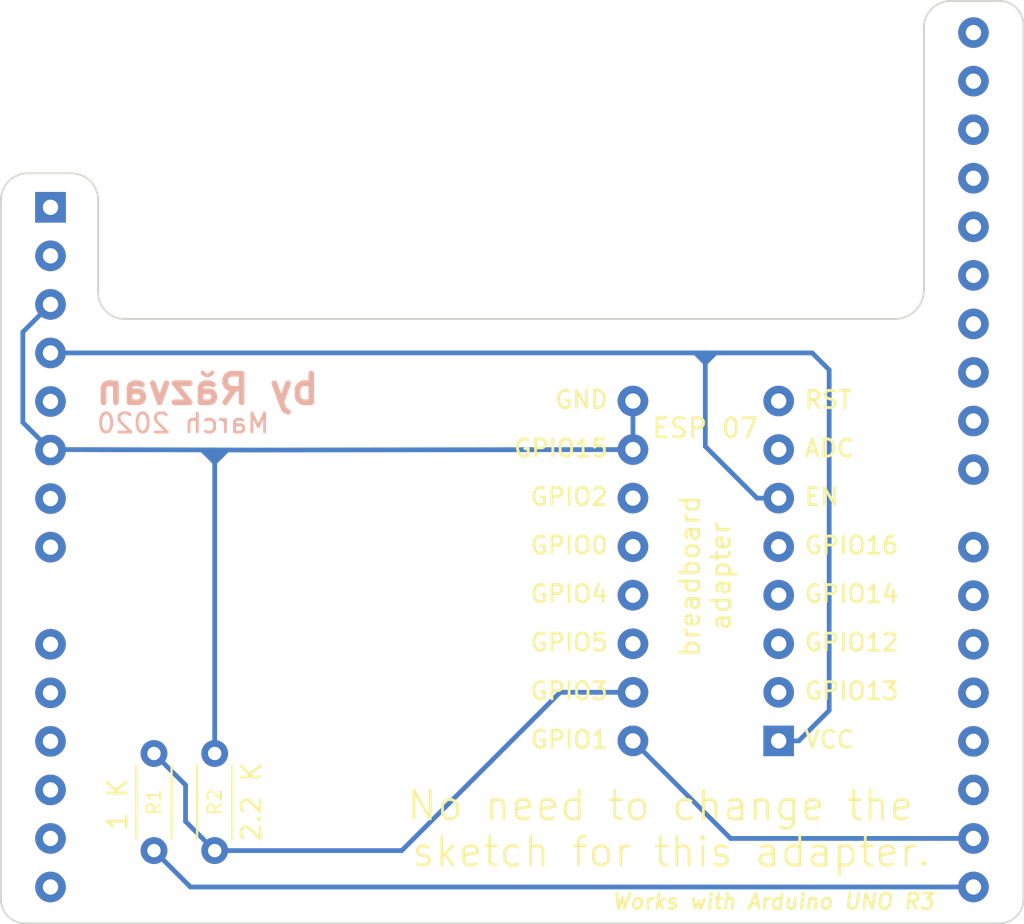
<source format=kicad_pcb>
(kicad_pcb (version 20171130) (host pcbnew "(5.1.5)-3")

  (general
    (thickness 1.6)
    (drawings 25)
    (tracks 29)
    (zones 0)
    (modules 4)
    (nets 6)
  )

  (page A4)
  (layers
    (0 F.Cu signal)
    (31 B.Cu signal)
    (32 B.Adhes user)
    (33 F.Adhes user)
    (34 B.Paste user)
    (35 F.Paste user)
    (36 B.SilkS user)
    (37 F.SilkS user)
    (38 B.Mask user)
    (39 F.Mask user)
    (40 Dwgs.User user)
    (41 Cmts.User user)
    (42 Eco1.User user)
    (43 Eco2.User user)
    (44 Edge.Cuts user)
    (45 Margin user)
    (46 B.CrtYd user)
    (47 F.CrtYd user)
    (48 B.Fab user)
    (49 F.Fab user)
  )

  (setup
    (last_trace_width 0.25)
    (trace_clearance 0.2)
    (zone_clearance 0.508)
    (zone_45_only no)
    (trace_min 0.2)
    (via_size 0.8)
    (via_drill 0.4)
    (via_min_size 0.4)
    (via_min_drill 0.3)
    (uvia_size 0.3)
    (uvia_drill 0.1)
    (uvias_allowed no)
    (uvia_min_size 0.2)
    (uvia_min_drill 0.1)
    (edge_width 0.1)
    (segment_width 0.2)
    (pcb_text_width 0.3)
    (pcb_text_size 1.5 1.5)
    (mod_edge_width 0.15)
    (mod_text_size 1 1)
    (mod_text_width 0.15)
    (pad_size 1.524 1.524)
    (pad_drill 0.762)
    (pad_to_mask_clearance 0)
    (aux_axis_origin 0 0)
    (visible_elements 7FFFFF7F)
    (pcbplotparams
      (layerselection 0x010fc_ffffffff)
      (usegerberextensions false)
      (usegerberattributes false)
      (usegerberadvancedattributes false)
      (creategerberjobfile false)
      (excludeedgelayer true)
      (linewidth 0.100000)
      (plotframeref false)
      (viasonmask false)
      (mode 1)
      (useauxorigin false)
      (hpglpennumber 1)
      (hpglpenspeed 20)
      (hpglpendiameter 15.000000)
      (psnegative false)
      (psa4output false)
      (plotreference true)
      (plotvalue true)
      (plotinvisibletext false)
      (padsonsilk false)
      (subtractmaskfromsilk false)
      (outputformat 1)
      (mirror false)
      (drillshape 0)
      (scaleselection 1)
      (outputdirectory "Gerber/"))
  )

  (net 0 "")
  (net 1 "Net-(A1-Pad16)")
  (net 2 "Net-(A1-Pad15)")
  (net 3 GND)
  (net 4 "Net-(A1-Pad4)")
  (net 5 "Net-(R1-Pad2)")

  (net_class Default "This is the default net class."
    (clearance 0.2)
    (trace_width 0.25)
    (via_dia 0.8)
    (via_drill 0.4)
    (uvia_dia 0.3)
    (uvia_drill 0.1)
    (add_net GND)
    (add_net "Net-(A1-Pad15)")
    (add_net "Net-(A1-Pad16)")
    (add_net "Net-(A1-Pad4)")
    (add_net "Net-(R1-Pad2)")
  )

  (module ArduinoUnoMultiProgrammerAdapters:ESP07BreaboardSocket (layer F.Cu) (tedit 5E52A0E8) (tstamp 5E5307DB)
    (at 171.704 102.616)
    (descr "16-lead though-hole mounted DIP package, row spacing 7.62 mm (300 mils)")
    (tags "THT DIP DIL PDIP 2.54mm 7.62mm 300mil")
    (path /5E40DD9C)
    (fp_text reference U1 (at 0.3302 0.0762 180) (layer F.SilkS) hide
      (effects (font (size 1 1) (thickness 0.15)))
    )
    (fp_text value ESP-07 (at 0.0254 -9.7214 180) (layer F.Fab) hide
      (effects (font (size 1 1) (thickness 0.15)))
    )
    (fp_text user GPIO1 (at -7.119857 10.3241) (layer F.SilkS)
      (effects (font (size 0.9 0.9) (thickness 0.15)))
    )
    (fp_text user GPIO3 (at -7.119857 7.7841) (layer F.SilkS)
      (effects (font (size 0.9 0.9) (thickness 0.15)))
    )
    (fp_text user GPIO5 (at -7.119857 5.2441) (layer F.SilkS)
      (effects (font (size 0.9 0.9) (thickness 0.15)))
    )
    (fp_text user GPIO4 (at -7.119857 2.7041) (layer F.SilkS)
      (effects (font (size 0.9 0.9) (thickness 0.15)))
    )
    (fp_text user GPIO0 (at -7.119857 0.1641) (layer F.SilkS)
      (effects (font (size 0.9 0.9) (thickness 0.15)))
    )
    (fp_text user GPIO2 (at -7.119857 -2.3759) (layer F.SilkS)
      (effects (font (size 0.9 0.9) (thickness 0.15)))
    )
    (fp_text user GPIO15 (at -7.548428 -4.9159) (layer F.SilkS)
      (effects (font (size 0.9 0.9) (thickness 0.15)))
    )
    (fp_text user GND (at -6.477 -7.4559) (layer F.SilkS)
      (effects (font (size 0.9 0.9) (thickness 0.15)))
    )
    (fp_text user RST (at 6.4262 -7.4559) (layer F.SilkS)
      (effects (font (size 0.9 0.9) (thickness 0.15)))
    )
    (fp_text user ADC (at 6.490486 -4.9159) (layer F.SilkS)
      (effects (font (size 0.9 0.9) (thickness 0.15)))
    )
    (fp_text user EN (at 6.083343 -2.3759) (layer F.SilkS)
      (effects (font (size 0.9 0.9) (thickness 0.15)))
    )
    (fp_text user GPIO16 (at 7.647629 0.1641) (layer F.SilkS)
      (effects (font (size 0.9 0.9) (thickness 0.15)))
    )
    (fp_text user GPIO14 (at 7.647629 2.7041) (layer F.SilkS)
      (effects (font (size 0.9 0.9) (thickness 0.15)))
    )
    (fp_text user GPIO12 (at 7.647629 5.2441) (layer F.SilkS)
      (effects (font (size 0.9 0.9) (thickness 0.15)))
    )
    (fp_text user GPIO13 (at 7.647629 7.7841) (layer F.SilkS)
      (effects (font (size 0.9 0.9) (thickness 0.15)))
    )
    (fp_text user VCC (at 6.490486 10.3241) (layer F.SilkS)
      (effects (font (size 0.9 0.9) (thickness 0.15)))
    )
    (fp_line (start -4.8646 11.9386) (end 4.9354 11.9386) (layer F.CrtYd) (width 0.05))
    (fp_line (start -4.8646 -8.9114) (end -4.8646 11.9386) (layer F.CrtYd) (width 0.05))
    (fp_line (start 4.9354 -8.9114) (end -4.8646 -8.9114) (layer F.CrtYd) (width 0.05))
    (fp_line (start 4.9354 11.9386) (end 4.9354 -8.9114) (layer F.CrtYd) (width 0.05))
    (pad 16 thru_hole oval (at -3.7846 10.3886 180) (size 1.6 1.6) (drill 0.8) (layers *.Cu *.Mask)
      (net 1 "Net-(A1-Pad16)"))
    (pad 1 thru_hole oval (at 3.8354 -7.3914 180) (size 1.6 1.6) (drill 0.8) (layers *.Cu *.Mask))
    (pad 15 thru_hole oval (at -3.7846 7.8486 180) (size 1.6 1.6) (drill 0.8) (layers *.Cu *.Mask)
      (net 5 "Net-(R1-Pad2)"))
    (pad 2 thru_hole oval (at 3.8354 -4.8514 180) (size 1.6 1.6) (drill 0.8) (layers *.Cu *.Mask))
    (pad 14 thru_hole oval (at -3.7846 5.3086 180) (size 1.6 1.6) (drill 0.8) (layers *.Cu *.Mask))
    (pad 3 thru_hole oval (at 3.8354 -2.3114 180) (size 1.6 1.6) (drill 0.8) (layers *.Cu *.Mask)
      (net 4 "Net-(A1-Pad4)"))
    (pad 13 thru_hole oval (at -3.7846 2.7686 180) (size 1.6 1.6) (drill 0.8) (layers *.Cu *.Mask))
    (pad 4 thru_hole oval (at 3.8354 0.2286 180) (size 1.6 1.6) (drill 0.8) (layers *.Cu *.Mask))
    (pad 12 thru_hole oval (at -3.7846 0.2286 180) (size 1.6 1.6) (drill 0.8) (layers *.Cu *.Mask))
    (pad 5 thru_hole oval (at 3.8354 2.7686 180) (size 1.6 1.6) (drill 0.8) (layers *.Cu *.Mask))
    (pad 11 thru_hole oval (at -3.7846 -2.3114 180) (size 1.6 1.6) (drill 0.8) (layers *.Cu *.Mask))
    (pad 6 thru_hole oval (at 3.8354 5.3086 180) (size 1.6 1.6) (drill 0.8) (layers *.Cu *.Mask))
    (pad 10 thru_hole oval (at -3.7846 -4.8514 180) (size 1.6 1.6) (drill 0.8) (layers *.Cu *.Mask)
      (net 3 GND))
    (pad 7 thru_hole oval (at 3.8354 7.8486 180) (size 1.6 1.6) (drill 0.8) (layers *.Cu *.Mask))
    (pad 9 thru_hole oval (at -3.7846 -7.3914 180) (size 1.6 1.6) (drill 0.8) (layers *.Cu *.Mask)
      (net 3 GND))
    (pad 8 thru_hole rect (at 3.8354 10.3886 270) (size 1.6 1.6) (drill 0.8) (layers *.Cu *.Mask)
      (net 4 "Net-(A1-Pad4)"))
  )

  (module ArduinoUnoMultiProgrammerAdapters:Arduino_UNO_R3_Headers (layer F.Cu) (tedit 5E51F2E3) (tstamp 5E40F0CE)
    (at 160.274 89.535)
    (descr "Arduino UNO R3, http://www.mouser.com/pdfdocs/Gravitech_Arduino_Nano3_0.pdf")
    (tags "Arduino UNO R3")
    (path /5E40F768)
    (fp_text reference A1 (at 0.0254 -16.129 -180) (layer F.Fab) hide
      (effects (font (size 1 1) (thickness 0.15)))
    )
    (fp_text value Arduino_UNO_R3 (at -0.127 0.127) (layer F.Fab)
      (effects (font (size 1 1) (thickness 0.15)))
    )
    (pad 16 thru_hole oval (at 25.4508 28.575) (size 1.6 1.6) (drill 0.8) (layers *.Cu *.Mask)
      (net 1 "Net-(A1-Pad16)"))
    (pad 15 thru_hole oval (at 25.4508 31.115) (size 1.6 1.6) (drill 0.8) (layers *.Cu *.Mask)
      (net 2 "Net-(A1-Pad15)"))
    (pad 30 thru_hole oval (at 25.4508 -8.505) (size 1.6 1.6) (drill 0.8) (layers *.Cu *.Mask))
    (pad 14 thru_hole oval (at -22.8092 31.115) (size 1.6 1.6) (drill 0.8) (layers *.Cu *.Mask))
    (pad 29 thru_hole oval (at 25.4508 -5.965) (size 1.6 1.6) (drill 0.8) (layers *.Cu *.Mask))
    (pad 13 thru_hole oval (at -22.8092 28.575) (size 1.6 1.6) (drill 0.8) (layers *.Cu *.Mask))
    (pad 28 thru_hole oval (at 25.4508 -3.425) (size 1.6 1.6) (drill 0.8) (layers *.Cu *.Mask))
    (pad 12 thru_hole oval (at -22.8092 26.035) (size 1.6 1.6) (drill 0.8) (layers *.Cu *.Mask))
    (pad 27 thru_hole oval (at 25.4508 -0.885) (size 1.6 1.6) (drill 0.8) (layers *.Cu *.Mask))
    (pad 11 thru_hole oval (at -22.8092 23.495) (size 1.6 1.6) (drill 0.8) (layers *.Cu *.Mask))
    (pad 26 thru_hole oval (at 25.4508 1.655) (size 1.6 1.6) (drill 0.8) (layers *.Cu *.Mask))
    (pad 10 thru_hole oval (at -22.8092 20.955) (size 1.6 1.6) (drill 0.8) (layers *.Cu *.Mask))
    (pad 25 thru_hole oval (at 25.4508 4.195) (size 1.6 1.6) (drill 0.8) (layers *.Cu *.Mask))
    (pad 9 thru_hole oval (at -22.8092 18.415) (size 1.6 1.6) (drill 0.8) (layers *.Cu *.Mask))
    (pad 24 thru_hole oval (at 25.4508 6.735) (size 1.6 1.6) (drill 0.8) (layers *.Cu *.Mask))
    (pad 8 thru_hole oval (at -22.8092 13.335) (size 1.6 1.6) (drill 0.8) (layers *.Cu *.Mask))
    (pad 23 thru_hole oval (at 25.4508 9.275) (size 1.6 1.6) (drill 0.8) (layers *.Cu *.Mask))
    (pad 7 thru_hole oval (at -22.8092 10.795) (size 1.6 1.6) (drill 0.8) (layers *.Cu *.Mask))
    (pad 22 thru_hole oval (at 25.4508 13.335) (size 1.6 1.6) (drill 0.8) (layers *.Cu *.Mask))
    (pad 6 thru_hole oval (at -22.8092 8.255) (size 1.6 1.6) (drill 0.8) (layers *.Cu *.Mask)
      (net 3 GND))
    (pad 21 thru_hole oval (at 25.4508 15.875) (size 1.6 1.6) (drill 0.8) (layers *.Cu *.Mask))
    (pad 5 thru_hole oval (at -22.8092 5.715) (size 1.6 1.6) (drill 0.8) (layers *.Cu *.Mask))
    (pad 20 thru_hole oval (at 25.4508 18.415) (size 1.6 1.6) (drill 0.8) (layers *.Cu *.Mask))
    (pad 4 thru_hole oval (at -22.8092 3.175) (size 1.6 1.6) (drill 0.8) (layers *.Cu *.Mask)
      (net 4 "Net-(A1-Pad4)"))
    (pad 19 thru_hole oval (at 25.4508 20.955) (size 1.6 1.6) (drill 0.8) (layers *.Cu *.Mask))
    (pad 3 thru_hole oval (at -22.8092 0.635) (size 1.6 1.6) (drill 0.8) (layers *.Cu *.Mask)
      (net 3 GND))
    (pad 18 thru_hole oval (at 25.4508 23.495) (size 1.6 1.6) (drill 0.8) (layers *.Cu *.Mask))
    (pad 2 thru_hole oval (at -22.8092 -1.905) (size 1.6 1.6) (drill 0.8) (layers *.Cu *.Mask))
    (pad 17 thru_hole oval (at 25.4508 26.035) (size 1.6 1.6) (drill 0.8) (layers *.Cu *.Mask))
    (pad 1 thru_hole rect (at -22.8092 -4.445) (size 1.6 1.6) (drill 0.8) (layers *.Cu *.Mask))
    (pad 31 thru_hole oval (at 25.4508 -11.045) (size 1.6 1.6) (drill 0.8) (layers *.Cu *.Mask))
    (pad 32 thru_hole oval (at 25.4508 -13.585) (size 1.6 1.6) (drill 0.8) (layers *.Cu *.Mask))
    (model ${KISYS3DMOD}/Module.3dshapes/Arduino_UNO_R3.wrl
      (at (xyz 0 0 0))
      (scale (xyz 1 1 1))
      (rotate (xyz 0 0 0))
    )
  )

  (module Resistor_THT:R_Axial_DIN0204_L3.6mm_D1.6mm_P5.08mm_Horizontal (layer F.Cu) (tedit 5AE5139B) (tstamp 5E40FC77)
    (at 146.05 118.745 90)
    (descr "Resistor, Axial_DIN0204 series, Axial, Horizontal, pin pitch=5.08mm, 0.167W, length*diameter=3.6*1.6mm^2, http://cdn-reichelt.de/documents/datenblatt/B400/1_4W%23YAG.pdf")
    (tags "Resistor Axial_DIN0204 series Axial Horizontal pin pitch 5.08mm 0.167W length 3.6mm diameter 1.6mm")
    (path /5E41DCDD)
    (fp_text reference R2 (at 2.54 0 90) (layer F.Fab) hide
      (effects (font (size 1 1) (thickness 0.15)))
    )
    (fp_text value "2.2 K" (at 2.54 1.92 90) (layer F.SilkS)
      (effects (font (size 1 1) (thickness 0.15)))
    )
    (fp_text user %R (at 2.54 0 90) (layer F.SilkS)
      (effects (font (size 0.72 0.72) (thickness 0.108)))
    )
    (fp_line (start 6.03 -1.05) (end -0.95 -1.05) (layer F.CrtYd) (width 0.05))
    (fp_line (start 6.03 1.05) (end 6.03 -1.05) (layer F.CrtYd) (width 0.05))
    (fp_line (start -0.95 1.05) (end 6.03 1.05) (layer F.CrtYd) (width 0.05))
    (fp_line (start -0.95 -1.05) (end -0.95 1.05) (layer F.CrtYd) (width 0.05))
    (fp_line (start 0.62 0.92) (end 4.46 0.92) (layer F.SilkS) (width 0.12))
    (fp_line (start 0.62 -0.92) (end 4.46 -0.92) (layer F.SilkS) (width 0.12))
    (fp_line (start 5.08 0) (end 4.34 0) (layer F.Fab) (width 0.1))
    (fp_line (start 0 0) (end 0.74 0) (layer F.Fab) (width 0.1))
    (fp_line (start 4.34 -0.8) (end 0.74 -0.8) (layer F.Fab) (width 0.1))
    (fp_line (start 4.34 0.8) (end 4.34 -0.8) (layer F.Fab) (width 0.1))
    (fp_line (start 0.74 0.8) (end 4.34 0.8) (layer F.Fab) (width 0.1))
    (fp_line (start 0.74 -0.8) (end 0.74 0.8) (layer F.Fab) (width 0.1))
    (pad 2 thru_hole oval (at 5.08 0 90) (size 1.4 1.4) (drill 0.7) (layers *.Cu *.Mask)
      (net 3 GND))
    (pad 1 thru_hole circle (at 0 0 90) (size 1.4 1.4) (drill 0.7) (layers *.Cu *.Mask)
      (net 5 "Net-(R1-Pad2)"))
    (model ${KISYS3DMOD}/Resistor_THT.3dshapes/R_Axial_DIN0204_L3.6mm_D1.6mm_P5.08mm_Horizontal.wrl
      (at (xyz 0 0 0))
      (scale (xyz 1 1 1))
      (rotate (xyz 0 0 0))
    )
  )

  (module Resistor_THT:R_Axial_DIN0204_L3.6mm_D1.6mm_P5.08mm_Horizontal (layer F.Cu) (tedit 5AE5139B) (tstamp 5E5203D0)
    (at 142.875 118.745 90)
    (descr "Resistor, Axial_DIN0204 series, Axial, Horizontal, pin pitch=5.08mm, 0.167W, length*diameter=3.6*1.6mm^2, http://cdn-reichelt.de/documents/datenblatt/B400/1_4W%23YAG.pdf")
    (tags "Resistor Axial_DIN0204 series Axial Horizontal pin pitch 5.08mm 0.167W length 3.6mm diameter 1.6mm")
    (path /5E41E90E)
    (fp_text reference R1 (at 2.54 0 90) (layer F.Fab) hide
      (effects (font (size 1 1) (thickness 0.15)))
    )
    (fp_text value "1 K" (at 2.413 -1.905 90) (layer F.SilkS)
      (effects (font (size 1 1) (thickness 0.15)))
    )
    (fp_text user %R (at 2.54 0 90) (layer F.SilkS)
      (effects (font (size 0.72 0.72) (thickness 0.108)))
    )
    (fp_line (start 6.03 -1.05) (end -0.95 -1.05) (layer F.CrtYd) (width 0.05))
    (fp_line (start 6.03 1.05) (end 6.03 -1.05) (layer F.CrtYd) (width 0.05))
    (fp_line (start -0.95 1.05) (end 6.03 1.05) (layer F.CrtYd) (width 0.05))
    (fp_line (start -0.95 -1.05) (end -0.95 1.05) (layer F.CrtYd) (width 0.05))
    (fp_line (start 0.62 0.92) (end 4.46 0.92) (layer F.SilkS) (width 0.12))
    (fp_line (start 0.62 -0.92) (end 4.46 -0.92) (layer F.SilkS) (width 0.12))
    (fp_line (start 5.08 0) (end 4.34 0) (layer F.Fab) (width 0.1))
    (fp_line (start 0 0) (end 0.74 0) (layer F.Fab) (width 0.1))
    (fp_line (start 4.34 -0.8) (end 0.74 -0.8) (layer F.Fab) (width 0.1))
    (fp_line (start 4.34 0.8) (end 4.34 -0.8) (layer F.Fab) (width 0.1))
    (fp_line (start 0.74 0.8) (end 4.34 0.8) (layer F.Fab) (width 0.1))
    (fp_line (start 0.74 -0.8) (end 0.74 0.8) (layer F.Fab) (width 0.1))
    (pad 2 thru_hole oval (at 5.08 0 90) (size 1.4 1.4) (drill 0.7) (layers *.Cu *.Mask)
      (net 5 "Net-(R1-Pad2)"))
    (pad 1 thru_hole circle (at 0 0 90) (size 1.4 1.4) (drill 0.7) (layers *.Cu *.Mask)
      (net 2 "Net-(A1-Pad15)"))
    (model ${KISYS3DMOD}/Resistor_THT.3dshapes/R_Axial_DIN0204_L3.6mm_D1.6mm_P5.08mm_Horizontal.wrl
      (at (xyz 0 0 0))
      (scale (xyz 1 1 1))
      (rotate (xyz 0 0 0))
    )
  )

  (gr_text "Works with Arduino UNO R3" (at 175.26 121.412) (layer F.SilkS)
    (effects (font (size 0.8 0.8) (thickness 0.15) italic))
  )
  (gr_arc (start 145.669 93.599) (end 145.415 93.726) (angle -126.9) (layer B.SilkS) (width 0.2))
  (gr_text "March 2020" (at 144.399 96.393) (layer B.SilkS)
    (effects (font (size 1 1) (thickness 0.15)) (justify mirror))
  )
  (gr_text "by Razvan" (at 145.669 94.615) (layer B.SilkS)
    (effects (font (size 1.5 1.5) (thickness 0.3)) (justify mirror))
  )
  (gr_text "No need to change the \nsketch for this adapter." (at 169.926 117.602) (layer F.SilkS)
    (effects (font (size 1.5 1.5) (thickness 0.15)))
  )
  (gr_poly (pts (xy 146.05 98.552) (xy 145.288 97.79) (xy 146.812 97.79)) (layer B.Cu) (width 0.1) (tstamp 5E53080E))
  (gr_poly (pts (xy 171.704 93.345) (xy 171.069 92.71) (xy 172.339 92.71)) (layer B.Cu) (width 0.1))
  (gr_text "breadboard\nadapter" (at 171.704 104.394 90) (layer F.SilkS)
    (effects (font (size 1 1) (thickness 0.15)))
  )
  (gr_text "ESP 07" (at 171.704 96.647) (layer F.SilkS)
    (effects (font (size 1 1) (thickness 0.15)))
  )
  (gr_arc (start 136.144 121.285) (end 134.874 121.285) (angle -90) (layer Edge.Cuts) (width 0.1))
  (gr_arc (start 187.071 121.285) (end 187.071 122.555) (angle -90) (layer Edge.Cuts) (width 0.1))
  (gr_arc (start 187.071 75.565) (end 188.341 75.565) (angle -90) (layer Edge.Cuts) (width 0.1))
  (gr_arc (start 184.531 75.692) (end 184.531 74.295) (angle -90) (layer Edge.Cuts) (width 0.1))
  (gr_arc (start 181.61 89.408) (end 181.61 90.932) (angle -90) (layer Edge.Cuts) (width 0.1))
  (gr_arc (start 141.351 89.535) (end 139.954 89.535) (angle -90) (layer Edge.Cuts) (width 0.1))
  (gr_arc (start 138.557 84.709) (end 139.954 84.709) (angle -90) (layer Edge.Cuts) (width 0.1))
  (gr_arc (start 136.271 84.709) (end 136.271 83.312) (angle -90) (layer Edge.Cuts) (width 0.1))
  (gr_line (start 136.144 122.555) (end 187.071 122.555) (layer Edge.Cuts) (width 0.1))
  (gr_line (start 134.874 84.709) (end 134.874 121.285) (layer Edge.Cuts) (width 0.1))
  (gr_line (start 138.557 83.312) (end 136.271 83.312) (layer Edge.Cuts) (width 0.1))
  (gr_line (start 139.954 89.535) (end 139.954 84.709) (layer Edge.Cuts) (width 0.1))
  (gr_line (start 181.61 90.932) (end 141.351 90.932) (layer Edge.Cuts) (width 0.1) (tstamp 5E520A18))
  (gr_line (start 183.134 75.692) (end 183.134 89.408) (layer Edge.Cuts) (width 0.1))
  (gr_line (start 187.071 74.295) (end 184.531 74.295) (layer Edge.Cuts) (width 0.1))
  (gr_line (start 188.341 121.285) (end 188.341 75.565) (layer Edge.Cuts) (width 0.1))

  (segment (start 173.0248 118.11) (end 167.9194 113.0046) (width 0.25) (layer B.Cu) (net 1))
  (segment (start 185.7248 118.11) (end 173.0248 118.11) (width 0.25) (layer B.Cu) (net 1))
  (segment (start 144.78 120.65) (end 142.875 118.745) (width 0.25) (layer B.Cu) (net 2))
  (segment (start 185.7248 120.65) (end 144.78 120.65) (width 0.25) (layer B.Cu) (net 2))
  (segment (start 137.4648 97.79) (end 136.017 96.3422) (width 0.25) (layer B.Cu) (net 3))
  (segment (start 136.017 91.6178) (end 137.4648 90.17) (width 0.25) (layer B.Cu) (net 3))
  (segment (start 136.017 96.3422) (end 136.017 91.6178) (width 0.25) (layer B.Cu) (net 3))
  (segment (start 167.9194 96.35597) (end 167.9194 97.7646) (width 0.25) (layer B.Cu) (net 3))
  (segment (start 167.9194 95.2246) (end 167.9194 96.35597) (width 0.25) (layer B.Cu) (net 3))
  (segment (start 137.4902 97.7646) (end 137.4648 97.79) (width 0.25) (layer B.Cu) (net 3))
  (segment (start 146.05 112.675051) (end 146.05 97.79) (width 0.25) (layer B.Cu) (net 3))
  (segment (start 146.05 113.665) (end 146.05 112.675051) (width 0.25) (layer B.Cu) (net 3))
  (segment (start 167.9194 97.7646) (end 147.955 97.79) (width 0.25) (layer B.Cu) (net 3))
  (segment (start 147.955 97.79) (end 137.4902 97.7646) (width 0.25) (layer B.Cu) (net 3))
  (segment (start 176.5894 113.0046) (end 178.181 111.413) (width 0.25) (layer B.Cu) (net 4))
  (segment (start 175.5394 113.0046) (end 176.5894 113.0046) (width 0.25) (layer B.Cu) (net 4))
  (segment (start 178.181 111.413) (end 178.181 93.599) (width 0.25) (layer B.Cu) (net 4))
  (segment (start 178.181 93.599) (end 177.292 92.71) (width 0.25) (layer B.Cu) (net 4))
  (segment (start 174.40803 100.3046) (end 171.704 97.60057) (width 0.25) (layer B.Cu) (net 4))
  (segment (start 175.5394 100.3046) (end 174.40803 100.3046) (width 0.25) (layer B.Cu) (net 4))
  (segment (start 171.704 97.60057) (end 171.704 92.71) (width 0.25) (layer B.Cu) (net 4))
  (segment (start 177.292 92.71) (end 171.704 92.71) (width 0.25) (layer B.Cu) (net 4))
  (segment (start 171.704 92.71) (end 137.4648 92.71) (width 0.25) (layer B.Cu) (net 4))
  (segment (start 167.9194 110.4646) (end 164.1094 110.4646) (width 0.25) (layer B.Cu) (net 5))
  (segment (start 164.1094 110.4646) (end 155.829 118.745) (width 0.25) (layer B.Cu) (net 5))
  (segment (start 155.829 118.745) (end 146.05 118.745) (width 0.25) (layer B.Cu) (net 5))
  (segment (start 146.05 118.745) (end 144.526 117.221) (width 0.25) (layer B.Cu) (net 5))
  (segment (start 144.526 115.316) (end 142.875 113.665) (width 0.25) (layer B.Cu) (net 5))
  (segment (start 144.526 117.221) (end 144.526 115.316) (width 0.25) (layer B.Cu) (net 5))

)

</source>
